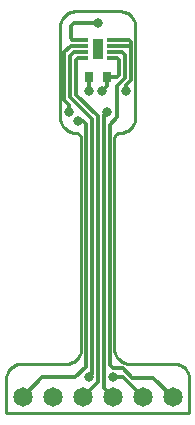
<source format=gbr>
G04 EAGLE Gerber RS-274X export*
G75*
%MOMM*%
%FSLAX34Y34*%
%LPD*%
%INTop Copper*%
%IPPOS*%
%AMOC8*
5,1,8,0,0,1.08239X$1,22.5*%
G01*
%ADD10R,0.825500X0.304800*%
%ADD11R,0.850900X0.304800*%
%ADD12R,0.889000X1.651000*%
%ADD13R,0.762000X0.889000*%
%ADD14C,1.650000*%
%ADD15C,0.806400*%
%ADD16C,0.304800*%
%ADD17C,0.254000*%


D10*
X65088Y316110D03*
X65088Y311110D03*
X65088Y306110D03*
X65088Y301110D03*
X89853Y301110D03*
X89853Y306110D03*
D11*
X89853Y311110D03*
D10*
X89853Y316110D03*
D12*
X77470Y308610D03*
D13*
X69850Y284480D03*
X85090Y284480D03*
D14*
X13970Y13970D03*
X39370Y13970D03*
X64770Y13970D03*
X90170Y13970D03*
X115570Y13970D03*
X140970Y13970D03*
D15*
X101600Y273050D03*
X53340Y255270D03*
X69850Y273050D03*
X77470Y308610D03*
D16*
X65088Y311110D02*
X54570Y311110D01*
X49022Y305562D01*
X49022Y265540D01*
X53340Y261222D02*
X53340Y255270D01*
X53340Y261222D02*
X49022Y265540D01*
X69850Y273050D02*
X69850Y284480D01*
X89853Y316110D02*
X104260Y316110D01*
X105918Y314452D01*
X101600Y277732D02*
X101600Y273050D01*
X101600Y277732D02*
X105918Y282050D01*
X105918Y311150D02*
X105918Y314452D01*
X105918Y311150D02*
X105918Y282050D01*
X105878Y311110D02*
X89853Y311110D01*
X105878Y311110D02*
X105918Y311150D01*
D15*
X81280Y273050D03*
X60960Y247650D03*
D16*
X89853Y301110D02*
X93860Y301110D01*
X95758Y299212D01*
X93980Y284480D02*
X85090Y284480D01*
X95758Y286258D02*
X95758Y299212D01*
X95758Y286258D02*
X93980Y284480D01*
X64770Y247650D02*
X60960Y247650D01*
X64770Y247650D02*
X67310Y245110D01*
X85090Y276860D02*
X85090Y284480D01*
X85090Y276860D02*
X81280Y273050D01*
X30480Y30480D02*
X13970Y13970D01*
X67310Y39370D02*
X67310Y245110D01*
X67310Y39370D02*
X58420Y30480D01*
X30480Y30480D01*
X89853Y306110D02*
X97750Y306110D01*
X100838Y303022D01*
X100838Y284154D01*
X93980Y277296D01*
X93980Y250889D02*
X87630Y244539D01*
X93980Y250889D02*
X93980Y277296D01*
X90202Y38068D02*
X98656Y38068D01*
X106462Y30262D01*
X90202Y38068D02*
X87630Y40640D01*
X106462Y30262D02*
X124678Y30262D01*
X140970Y13970D01*
X87630Y40640D02*
X87630Y244539D01*
D15*
X85090Y255270D03*
X77470Y330200D03*
D16*
X65088Y316110D02*
X56000Y316110D01*
X54610Y317500D01*
X54610Y327660D01*
X57150Y330200D02*
X77470Y330200D01*
X57150Y330200D02*
X54610Y327660D01*
X85090Y255270D02*
X82550Y252730D01*
X82550Y21590D02*
X90170Y13970D01*
X82550Y21590D02*
X82550Y252730D01*
X77470Y251460D02*
X59182Y269748D01*
X61080Y301110D02*
X65088Y301110D01*
X61080Y301110D02*
X59182Y299212D01*
X59182Y269748D01*
X77470Y26670D02*
X64770Y13970D01*
X77470Y26670D02*
X77470Y251460D01*
X65088Y306110D02*
X57626Y306110D01*
X54102Y302586D01*
X54102Y267644D01*
X72390Y249356D01*
D15*
X69850Y30480D03*
X90170Y30480D03*
D16*
X72390Y33020D02*
X69850Y30480D01*
X72390Y33020D02*
X72390Y249356D01*
X90170Y30480D02*
X99060Y30480D01*
X115570Y13970D01*
D17*
X0Y0D02*
X154940Y0D01*
X154940Y29210D01*
X154892Y30317D01*
X154747Y31415D01*
X154507Y32497D01*
X154174Y33554D01*
X153750Y34577D01*
X153239Y35560D01*
X152643Y36494D01*
X151969Y37373D01*
X151220Y38190D01*
X150403Y38939D01*
X149524Y39613D01*
X148590Y40209D01*
X147607Y40720D01*
X146584Y41144D01*
X145527Y41477D01*
X144445Y41717D01*
X143347Y41862D01*
X142240Y41910D01*
X104140Y41910D01*
X103033Y41958D01*
X101935Y42103D01*
X100853Y42343D01*
X99796Y42676D01*
X98773Y43100D01*
X97790Y43611D01*
X96856Y44207D01*
X95977Y44881D01*
X95160Y45630D01*
X94411Y46447D01*
X93737Y47326D01*
X93141Y48260D01*
X92630Y49243D01*
X92206Y50266D01*
X91873Y51323D01*
X91633Y52405D01*
X91488Y53503D01*
X91440Y54610D01*
X91440Y232410D01*
X91459Y232853D01*
X91517Y233292D01*
X91613Y233725D01*
X91746Y234147D01*
X91916Y234557D01*
X92121Y234950D01*
X92359Y235324D01*
X92629Y235675D01*
X92928Y236002D01*
X93255Y236302D01*
X93606Y236571D01*
X93980Y236809D01*
X94373Y237014D01*
X94783Y237184D01*
X95205Y237317D01*
X95638Y237413D01*
X96077Y237471D01*
X96520Y237490D01*
X97627Y237538D01*
X98725Y237683D01*
X99807Y237923D01*
X100864Y238256D01*
X101887Y238680D01*
X102870Y239191D01*
X103804Y239787D01*
X104683Y240461D01*
X105500Y241210D01*
X106249Y242027D01*
X106923Y242906D01*
X107519Y243840D01*
X108030Y244823D01*
X108454Y245846D01*
X108787Y246903D01*
X109027Y247985D01*
X109172Y249083D01*
X109220Y250190D01*
X109220Y327660D01*
X109172Y328767D01*
X109027Y329865D01*
X108787Y330947D01*
X108454Y332004D01*
X108030Y333027D01*
X107519Y334010D01*
X106923Y334944D01*
X106249Y335823D01*
X105500Y336640D01*
X104683Y337389D01*
X103804Y338063D01*
X102870Y338659D01*
X101887Y339170D01*
X100864Y339594D01*
X99807Y339927D01*
X98725Y340167D01*
X97627Y340312D01*
X96520Y340360D01*
X58420Y340360D01*
X57313Y340312D01*
X56215Y340167D01*
X55133Y339927D01*
X54076Y339594D01*
X53053Y339170D01*
X52070Y338659D01*
X51136Y338063D01*
X50257Y337389D01*
X49440Y336640D01*
X48691Y335823D01*
X48017Y334944D01*
X47421Y334010D01*
X46910Y333027D01*
X46486Y332004D01*
X46153Y330947D01*
X45913Y329865D01*
X45768Y328767D01*
X45720Y327660D01*
X45720Y250190D01*
X45768Y249083D01*
X45913Y247985D01*
X46153Y246903D01*
X46486Y245846D01*
X46910Y244823D01*
X47421Y243840D01*
X48017Y242906D01*
X48691Y242027D01*
X49440Y241210D01*
X50257Y240461D01*
X51136Y239787D01*
X52070Y239191D01*
X53053Y238680D01*
X54076Y238256D01*
X55133Y237923D01*
X56215Y237683D01*
X57313Y237538D01*
X58420Y237490D01*
X58863Y237471D01*
X59302Y237413D01*
X59735Y237317D01*
X60157Y237184D01*
X60567Y237014D01*
X60960Y236809D01*
X61334Y236571D01*
X61685Y236302D01*
X62012Y236002D01*
X62312Y235675D01*
X62581Y235324D01*
X62819Y234950D01*
X63024Y234557D01*
X63194Y234147D01*
X63327Y233725D01*
X63423Y233292D01*
X63481Y232853D01*
X63500Y232410D01*
X63500Y54610D01*
X63452Y53503D01*
X63307Y52405D01*
X63067Y51323D01*
X62734Y50266D01*
X62310Y49243D01*
X61799Y48260D01*
X61203Y47326D01*
X60529Y46447D01*
X59780Y45630D01*
X58963Y44881D01*
X58084Y44207D01*
X57150Y43611D01*
X56167Y43100D01*
X55144Y42676D01*
X54087Y42343D01*
X53005Y42103D01*
X51907Y41958D01*
X50800Y41910D01*
X12700Y41910D01*
X11593Y41862D01*
X10495Y41717D01*
X9413Y41477D01*
X8356Y41144D01*
X7333Y40720D01*
X6350Y40209D01*
X5416Y39613D01*
X4537Y38939D01*
X3720Y38190D01*
X2971Y37373D01*
X2297Y36494D01*
X1701Y35560D01*
X1190Y34577D01*
X766Y33554D01*
X433Y32497D01*
X193Y31415D01*
X48Y30317D01*
X0Y29210D01*
X0Y0D01*
M02*

</source>
